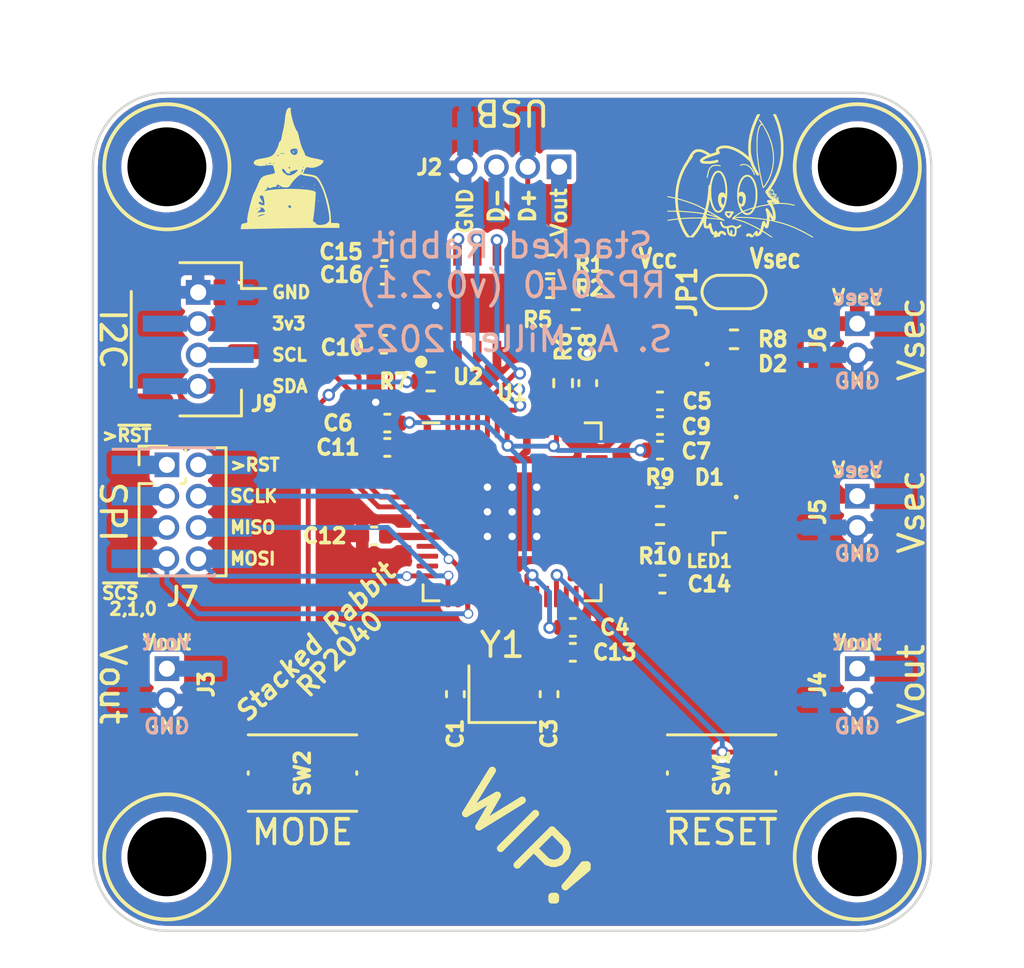
<source format=kicad_pcb>
(kicad_pcb (version 20211014) (generator pcbnew)
  (title_block (title "RP2040") (rev "0.2.1") (company "The Nerd Mage"))
  (layers (0 "F.Cu" signal) (31 "B.Cu" signal) (34 "B.Paste" user) (35 "F.Paste" user) (36 "B.SilkS" user "B.Silkscreen") (37 "F.SilkS" user "F.Silkscreen") (38 "B.Mask" user) (39 "F.Mask" user) (44 "Edge.Cuts" user))
  (net 0 "")
  (net 1 "SCL")
  (net 2 "SDA")
  (net 3 "GND")
  (net 4 "+3V3")
  (net 5 "+1V1")
  (net 6 "Net-(D1-Pad2)")
  (net 7 "Net-(D2-Pad2)")
  (net 8 "Net-(C8-Pad2)")
  (net 9 "~{DEV_RESET}")
  (net 13 "ADC_REF")
  (net 14 "SCLK")
  (net 15 "QSPI SS")
  (net 16 "MISO")
  (net 17 "MOSI")
  (net 18 "Vsec")
  (net 19 "BootMode")
  (net 20 "io25")
  (net 21 "DEV_RESET")
  (net 22 "io0")
  (net 23 "io1")
  (net 24 "io2")
  (net 25 "io3")
  (net 26 "io14")
  (net 27 "io6")
  (net 28 "io7")
  (net 29 "io8")
  (net 30 "io9")
  (net 31 "io10")
  (net 32 "io15")
  (net 33 "SWCLK")
  (net 34 "SWDIO")
  (net 35 "Reset")
  (net 36 "io16")
  (net 37 "io17")
  (net 38 "io18")
  (net 39 "io19")
  (net 40 "io20")
  (net 41 "io21")
  (net 42 "io22")
  (net 43 "io23")
  (net 44 "io24")
  (net 45 "io26")
  (net 46 "io27")
  (net 47 "io28")
  (net 48 "io29")
  (net 49 "QSPI_SD3")
  (net 50 "QSPI_SCLK")
  (net 51 "QSPI_SD0")
  (net 52 "QSPI_SD2")
  (net 53 "QSPI_SD1")
  (net 55 "Net-(C1-Pad1)")
  (net 57 "/Xout")
  (net 58 "/USB_DP")
  (net 59 "/USB_DM")
  (net 60 "UD+")
  (net 61 "UD-")
  (net 62 "~{SCS}2")
  (net 63 "Net-(LED1-Pad2)")
  (net 64 "~{SCS}1")
  (footprint "Tinker:Mount" (layer "F.Cu") (at 114 114)
    (fp_text reference "REF**" hide)
    (fp_text value "Mount" hide)
  )
  (footprint "Tinker:SW_Push_TS273014TP" (layer "F.Cu") (at 91.5 110.6 180)
    (fp_text reference "SW2")
    (fp_text value "SW_Push" hide)
  )
  (footprint "Capacitor_SMD:C_0402_1005Metric" (layer "F.Cu") (at 94.830178 89.441993)
    (fp_text reference "C15")
    (fp_text value "2u2")
  )
  (footprint "Tinker:SON80P400X400X50-9N" (layer "F.Cu") (at 98.185633 91.53709 90)
    (fp_text reference "U2")
    (fp_text value "W25Q32JVXGIQ" hide)
  )
  (footprint "Tinker:XL1010RGBCWS2812B" (layer "F.Cu") (at 108 100.7 180)
    (fp_text reference "LED1")
    (fp_text value "XL-1010RGBC-WS2812B" hide)
  )
  (footprint "Tinker:Mount" (layer "F.Cu") (at 86 114)
    (fp_text reference "REF**" hide)
    (fp_text value "Mount" hide)
  )
  (footprint "Tinker:QWIIC_Stack_II" (layer "F.Cu") (at 87.27 93 -90)
    (fp_text reference "J9")
    (fp_text value "QWIIC_Stack_II")
  )
  (footprint "Tinker:DagNabbit" (layer "F.Cu") (at 109 87)
    (fp_text reference "REF**" hide)
    (fp_text value "DagNabbit" hide)
  )
  (footprint "Capacitor_SMD:C_0402_1005Metric" (layer "F.Cu") (at 94.403517 100.978617 180)
    (fp_text reference "C12")
    (fp_text value "100n")
  )
  (footprint "LED_SMD:LED_0402_1005Metric" (layer "F.Cu") (at 109 94)
    (fp_text reference "D2")
    (fp_text value "LED")
  )
  (footprint "LED_SMD:LED_0402_1005Metric" (layer "F.Cu") (at 108 99.4 180)
    (fp_text reference "D1")
    (fp_text value "LED")
  )
  (footprint "Tinker:Board_Stacker_2" (layer "F.Cu") (at 114 106.365)
    (fp_text reference "J4")
    (fp_text value "Conn_01x02_Male")
  )
  (footprint "Resistor_SMD:R_0402_1005Metric" (layer "F.Cu") (at 96.694131 94.715368 180)
    (fp_text reference "R7")
    (fp_text value "1k")
  )
  (footprint "Tinker:Mount" (layer "F.Cu") (at 114 86)
    (fp_text reference "REF**" hide)
    (fp_text value "Mount" hide)
  )
  (footprint "Capacitor_SMD:C_0402_1005Metric" (layer "F.Cu") (at 106 95.5)
    (fp_text reference "C5")
    (fp_text value "2u2")
  )
  (footprint "Resistor_SMD:R_0402_1005Metric" (layer "F.Cu") (at 101.542994 90.926946 180)
    (fp_text reference "R2")
    (fp_text value "27")
  )
  (footprint "Capacitor_SMD:C_0402_1005Metric" (layer "F.Cu") (at 97.7 107.4 90)
    (fp_text reference "C1")
    (fp_text value "20p")
  )
  (footprint "Capacitor_SMD:C_0402_1005Metric" (layer "F.Cu") (at 101.5 107.4 -90)
    (fp_text reference "C3")
    (fp_text value "20p")
  )
  (footprint "Tinker:Board_Stacker_2" (layer "F.Cu") (at 86 106.365)
    (fp_text reference "J3")
    (fp_text value "Conn_01x02_Male")
  )
  (footprint "Tinker:NerdMage" (layer "F.Cu") (at 91 86)
    (fp_text reference "G***" hide)
    (fp_text value "LOGO" hide)
  )
  (footprint "Capacitor_SMD:C_0402_1005Metric" (layer "F.Cu") (at 106 96.5)
    (fp_text reference "C9")
    (fp_text value "100n")
  )
  (footprint "Capacitor_SMD:C_0402_1005Metric" (layer "F.Cu") (at 94.939645 96.4 180)
    (fp_text reference "C6")
    (fp_text value "100n")
  )
  (footprint "Capacitor_SMD:C_0402_1005Metric" (layer "F.Cu") (at 103.069359 94.778671 -90)
    (fp_text reference "C8")
    (fp_text value "2u2")
  )
  (footprint "Resistor_SMD:R_0402_1005Metric" (layer "F.Cu") (at 109 93)
    (fp_text reference "R8")
    (fp_text value "2k2")
  )
  (footprint "Capacitor_SMD:C_0402_1005Metric" (layer "F.Cu") (at 106.096639 102.935378)
    (fp_text reference "C14")
    (fp_text value "100n")
  )
  (footprint "Tinker:Board_Stacker_2" (layer "F.Cu") (at 114 92.365)
    (fp_text reference "J6")
    (fp_text value "Conn_01x02_Male")
  )
  (footprint "Resistor_SMD:R_0402_1005Metric" (layer "F.Cu") (at 102.069359 94.778671 90)
    (fp_text reference "R6")
    (fp_text value "1")
  )
  (footprint "Resistor_SMD:R_0402_1005Metric" (layer "F.Cu") (at 106 100.9)
    (fp_text reference "R10")
    (fp_text value "???")
  )
  (footprint "Package_DFN_QFN:QFN-56-1EP_7x7mm_P0.4mm_EP3.2x3.2mm" (layer "F.Cu") (at 100 100)
    (fp_text reference "U1")
    (fp_text value "RP2040")
  )
  (footprint "Tinker:Board_Stacker_2" (layer "F.Cu") (at 114 99.365)
    (fp_text reference "J5")
    (fp_text value "Conn_01x02_Male")
  )
  (footprint "Tinker:Mount" (layer "F.Cu") (at 86 86)
    (fp_text reference "REF**" hide)
    (fp_text value "Mount" hide)
  )
  (footprint "Capacitor_SMD:C_0402_1005Metric" (layer "F.Cu") (at 94.939645 97.386251 180)
    (fp_text reference "C11")
    (fp_text value "100n")
  )
  (footprint "Capacitor_SMD:C_0402_1005Metric" (layer "F.Cu") (at 102.46303 104.688032 180)
    (fp_text reference "C4")
    (fp_text value "2u2")
  )
  (footprint "Capacitor_SMD:C_0402_1005Metric" (layer "F.Cu") (at 102.46303 105.701322)
    (fp_text reference "C13")
    (fp_text value "100n")
  )
  (footprint "Resistor_SMD:R_0402_1005Metric" (layer "F.Cu") (at 101.542994 89.957845 180)
    (fp_text reference "R1")
    (fp_text value "27")
  )
  (footprint "Tinker:Crystal_SMD_2016-4Pin_2.0x1.6mm" (layer "F.Cu") (at 99.6 107.4)
    (fp_text reference "Y1")
    (fp_text value "12MHz")
  )
  (footprint "Tinker:Board_Stacker_4" (layer "F.Cu") (at 101.905 86 -90)
    (fp_text reference "J2")
    (fp_text value "Conn_01x04_Male")
  )
  (footprint "Capacitor_SMD:C_0402_1005Metric" (layer "F.Cu") (at 106 97.5)
    (fp_text reference "C7")
    (fp_text value "100n")
  )
  (footprint "Capacitor_SMD:C_0402_1005Metric" (layer "F.Cu") (at 94.8 93.2 180)
    (fp_text reference "C10")
    (fp_text value "100n")
  )
  (footprint "Tinker:SW_Push_TS273014TP" (layer "F.Cu") (at 108.5 110.6 180)
    (fp_text reference "SW1")
    (fp_text value "SW_Push" hide)
  )
  (footprint "Tinker:SolderJumper-2_P_Open_Rounded_skinny" (layer "F.Cu") (at 109 91.08 180)
    (fp_text reference "JP1")
    (fp_text value "SolderJumper_2_Open" hide)
  )
  (footprint "Capacitor_SMD:C_0402_1005Metric" (layer "F.Cu") (at 94.8 90.4 180)
    (fp_text reference "C16")
    (fp_text value "100n")
  )
  (footprint "Resistor_SMD:R_0402_1005Metric" (layer "F.Cu") (at 102.585062 92.178796)
    (fp_text reference "R5")
    (fp_text value "200")
  )
  (footprint "Tinker:PinHeader_2x04_P1.27mm_Vertical" (layer "F.Cu") (at 86 98.095)
    (fp_text reference "J7")
    (fp_text value "Conn_01x08_Male")
  )
  (footprint "Resistor_SMD:R_0402_1005Metric" (layer "F.Cu") (at 106 99.4)
    (fp_text reference "R9")
    (fp_text value "470")
  )
  (gr_line (start 117 86) (end 117 114) (layer "Edge.Cuts") (width 0.1))
  (gr_arc (start 86 117) (mid 83.87868 116.12132) (end 83 114) (layer "Edge.Cuts") (width 0.1))
  (gr_arc (start 83 86) (mid 83.87868 83.87868) (end 86 83) (layer "Edge.Cuts") (width 0.1))
  (gr_line (start 86 83) (end 114 83) (layer "Edge.Cuts") (width 0.1))
  (gr_line (start 83 114) (end 83 86) (layer "Edge.Cuts") (width 0.1))
  (gr_arc (start 114 83) (mid 116.12132 83.87868) (end 117 86) (layer "Edge.Cuts") (width 0.1))
  (gr_line (start 86 117) (end 114 117) (layer "Edge.Cuts") (width 0.1))
  (gr_arc (start 117 114) (mid 116.12132 116.12132) (end 114 117) (layer "Edge.Cuts") (width 0.1))
  (gr_text "Stacked Rabbit\n${TITLE} (v${REVISION})" (at 100 90) (layer "B.SilkS") (effects (font (size 1 1)) (justify mirror)))
  (gr_text "GND" (at 86 108.7) (layer "B.SilkS") (effects (font (size 0.6 0.6) (thickness 0.125)) (justify mirror)))
  (gr_text "Vsec" (at 114 98.3) (layer "B.SilkS") (effects (font (size 0.6 0.6) (thickness 0.125)) (justify mirror)))
  (gr_text "Vout" (at 114 105.3) (layer "B.SilkS") (effects (font (size 0.6 0.6) (thickness 0.125)) (justify mirror)))
  (gr_text "Vout" (at 86 105.3) (layer "B.SilkS") (effects (font (size 0.6 0.6) (thickness 0.125)) (justify mirror)))
  (gr_text "GND" (at 114 108.7) (layer "B.SilkS") (effects (font (size 0.6 0.6) (thickness 0.125)) (justify mirror)))
  (gr_text "GND" (at 114 94.7) (layer "B.SilkS") (effects (font (size 0.6 0.6) (thickness 0.125)) (justify mirror)))
  (gr_text "GND" (at 114 101.7) (layer "B.SilkS") (effects (font (size 0.6 0.6) (thickness 0.125)) (justify mirror)))
  (gr_text "Vsec" (at 114 91.3) (layer "B.SilkS") (effects (font (size 0.6 0.6) (thickness 0.125)) (justify mirror)))
  (gr_text "S. A. Miller 2023" (at 100 93) (layer "B.SilkS") (effects (font (size 1 1)) (justify mirror)))
  (gr_text "Vsec" (at 114 91.3) (layer "F.SilkS") (effects (font (size 0.6 0.6) (thickness 0.125))))
  (gr_text "GND" (at 90.2 91.095) (layer "F.SilkS") (effects (font (size 0.5 0.5) (thickness 0.125)) (justify left)))
  (gr_text "Stacked Rabbit" (at 92.025733 105.280266 45) (layer "F.SilkS") (effects (font (size 0.75 0.75) (thickness 0.15) italic)))
  (gr_text "Vsec" (at 116.2 93 90) (layer "F.SilkS") (effects (font (size 1 1))))
  (gr_text "D-" (at 99.365 86.8 90) (layer "F.SilkS") (effects (font (size 0.6 0.6)) (justify right)))
  (gr_text "WIP!" (at 100.412812 113.249037 -45) (layer "F.SilkS") (effects (font (size 2 2) (thickness 0.3))))
  (gr_text "I2C" (at 83.8 93 -90) (layer "F.SilkS") (effects (font (size 1 1))))
  (gr_text "RESET" (at 108.5 113) (layer "F.SilkS") (effects (font (size 1 1))))
  (gr_text "USB" (at 100 83.8 180) (layer "F.SilkS") (effects (font (size 1 1))))
  (gr_text "Vout" (at 86 105.3) (layer "F.SilkS") (effects (font (size 0.6 0.6) (thickness 0.125))))
  (gr_text "Vsec" (at 110.68 89.726721) (layer "F.SilkS") (effects (font (size 0.75 0.6))))
  (gr_text "SCLK" (at 88.5 99.365) (layer "F.SilkS") (effects (font (size 0.5 0.5) (thickness 0.125)) (justify left)))
  (gr_text "Vsec" (at 114 98.3) (layer "F.SilkS") (effects (font (size 0.6 0.6) (thickness 0.125))))
  (gr_text "GND" (at 86 108.7) (layer "F.SilkS") (effects (font (size 0.6 0.6) (thickness 0.125))))
  (gr_text "SDA" (at 90.2 94.905) (layer "F.SilkS") (effects (font (size 0.5 0.5) (thickness 0.125)) (justify left)))
  (gr_text "Vout" (at 101.905 86.8 90) (layer "F.SilkS") (effects (font (size 0.6 0.6) (thickness 0.125)) (justify right)))
  (gr_text "Vout" (at 116.2 107 90) (layer "F.SilkS") (effects (font (size 1 1))))
  (gr_text "SPI" (at 83.8 100 -90) (layer "F.SilkS") (effects (font (size 1 1))))
  (gr_text ">RST" (at 88.5 98.095) (layer "F.SilkS") (effects (font (size 0.5 0.5) (thickness 0.125)) (justify left)))
  (gr_text "MISO" (at 88.5 100.635) (layer "F.SilkS") (effects (font (size 0.5 0.5) (thickness 0.125)) (justify left)))
  (gr_text "Vout" (at 114 105.3) (layer "F.SilkS") (effects (font (size 0.6 0.6) (thickness 0.125))))
  (gr_text "GND" (at 114 94.7) (layer "F.SilkS") (effects (font (size 0.6 0.6) (thickness 0.125))))
  (gr_text ">~{RST}" (at 83.3 96.9) (layer "F.SilkS") (effects (font (size 0.5 0.5) (thickness 0.125)) (justify left)))
  (gr_text "SCL" (at 90.2 93.635) (layer "F.SilkS") (effects (font (size 0.5 0.5) (thickness 0.125)) (justify left)))
  (gr_text "Vsec" (at 116.2 100 90) (layer "F.SilkS") (effects (font (size 1 1))))
  (gr_text "D+" (at 100.635 86.8 90) (layer "F.SilkS") (effects (font (size 0.6 0.6)) (justify right)))
  (gr_text "3v3" (at 90.2 92.365) (layer "F.SilkS") (effects (font (size 0.5 0.5) (thickness 0.125)) (justify left)))
  (gr_text "Vout" (at 83.8 107 -90) (layer "F.SilkS") (effects (font (size 1 1))))
  (gr_text "${TITLE}" (at 93.021949 105.762808 45) (layer "F.SilkS") (effects (font (size 0.75 0.75))))
  (gr_text "GND" (at 114 101.7) (layer "F.SilkS") (effects (font (size 0.6 0.6) (thickness 0.125))))
  (gr_text "~{SCS}" (at 83.3 103.3) (layer "F.SilkS") (effects (font (size 0.5 0.5) (thickness 0.125)) (justify left)))
  (gr_text "MOSI" (at 88.5 101.905) (layer "F.SilkS") (effects (font (size 0.5 0.5) (thickness 0.125)) (justify left)))
  (gr_text "2,1,0" (at 83.6 103.94) (layer "F.SilkS") (effects (font (size 0.5 0.5) (thickness 0.125)) (justify left)))
  (gr_text "GND" (at 114 108.7) (layer "F.SilkS") (effects (font (size 0.6 0.6) (thickness 0.125))))
  (gr_text "MODE" (at 91.5 113) (layer "F.SilkS") (effects (font (size 1 1))))
  (gr_text "Vcc" (at 105.924051 89.726721) (layer "F.SilkS") (effects (font (size 0.75 0.6))))
  (gr_text "GND" (at 98.095 86.8 90) (layer "F.SilkS") (effects (font (size 0.6 0.6) (thickness 0.125)) (justify right)))
  (segment (start 93.465645 95.127805) (end 93.465645 98.674968) (width 0.2) (layer "F.Cu") (net 1))
  (segment (start 94.590677 99.8) (end 96.5625 99.8) (width 0.2) (layer "F.Cu") (net 1))
  (segment (start 93.465645 98.674968) (end 94.590677 99.8) (width 0.2) (layer "F.Cu") (net 1))
  (segment (start 92.83784 94.5) (end 93.465645 95.127805) (width 0.2) (layer "F.Cu") (net 1))
  (segment (start 89.24 94.5) (end 92.83784 94.5) (width 0.2) (layer "F.Cu") (net 1))
  (segment (start 92.771815 93.5) (end 89.24 93.5) (width 0.2) (layer "F.Cu") (net 2))
  (segment (start 93.792645 94.52083) (end 92.771815 93.5) (width 0.2) (layer "F.Cu") (net 2))
  (segment (start 96.5625 99.4) (end 94.653125 99.4) (width 0.2) (layer "F.Cu") (net 2))
  (segment (start 93.792645 98.53952) (end 93.792645 94.52083) (width 0.2) (layer "F.Cu") (net 2))
  (segment (start 94.653125 99.4) (end 93.792645 98.53952) (width 0.2) (layer "F.Cu") (net 2))
  (via (at 101 100) (size 0.4) (drill 0.3) (layers "F.Cu" "B.Cu") (net 3))
  (via (at 101 101) (size 0.4) (drill 0.3) (layers "F.Cu" "B.Cu") (net 3))
  (via (at 99 100) (size 0.4) (drill 0.3) (layers "F.Cu" "B.Cu") (net 3))
  (via (at 101 99) (size 0.4) (drill 0.3) (layers "F.Cu" "B.Cu") (net 3))
  (via (at 94.468435 95.55521) (size 0.5) (drill 0.3) (layers "F.Cu" "B.Cu") (net 3))
  (via (at 96.902854 91.635011) (size 0.5) (drill 0.3) (layers "F.Cu" "B.Cu") (net 3))
  (via (at 100 101) (size 0.4) (drill 0.3) (layers "F.Cu" "B.Cu") (net 3))
  (via (at 100 100) (size 0.4) (drill 0.3) (layers "F.Cu" "B.Cu") (net 3))
  (via (at 100 99) (size 0.4) (drill 0.3) (layers "F.Cu" "B.Cu") (net 3))
  (via (at 99 99) (size 0.4) (drill 0.3) (layers "F.Cu" "B.Cu") (net 3))
  (via (at 99 101) (size 0.4) (drill 0.3) (layers "F.Cu" "B.Cu") (net 3))
  (via (at 103.050231 93.56062) (size 0.5) (drill 0.3) (layers "F.Cu" "B.Cu") (net 3))
  (segment (start 95.821359 95.55521) (end 95.610657 95.55521) (width 0.3) (layer "F.Cu") (net 4))
  (segment (start 102.177 97.039448) (end 102.177 96.60198) (width 0.3) (layer "F.Cu") (net 4))
  (segment (start 105.39 101) (end 103.4375 101) (width 0.3) (layer "F.Cu") (net 4))
  (segment (start 101.512975 105.701322) (end 101.98303 105.701322) (width 0.3) (layer "F.Cu") (net 4))
  (segment (start 102.52195 97.886313) (end 102.668152 97.740111) (width 0.3) (layer "F.Cu") (net 4))
  (segment (start 104.193858 91.08) (end 108.35 91.08) (width 0.3) (layer "F.Cu") (net 4))
  (segment (start 103.4375 96.60198) (end 103.4375 96.624948) (width 0.3) (layer "F.Cu") (net 4))
  (segment (start 95.28 93.2) (end 94.58 92.5) (width 0.3) (layer "F.Cu") (net 4))
  (segment (start 97.344138 97.4) (end 97.754983 97.810845) (width 0.3) (layer "F.Cu") (net 4))
  (segment (start 102.668152 97.734181) (end 102.668152 97.446424) (width 0.3) (layer "F.Cu") (net 4))
  (segment (start 103.095062 92.178796) (end 104.193858 91.08) (width 0.3) (layer "F.Cu") (net 4))
  (segment (start 105.49 102.808739) (end 105.616639 102.935378) (width 0.3) (layer "F.Cu") (net 4))
  (segment (start 103.008263 97.4) (end 103.4375 97.4) (width 0.3) (layer "F.Cu") (net 4))
  (segment (start 98.6097 102.3597) (end 99.661987 102.3597) (width 0.3) (layer "F.Cu") (net 4))
  (segment (start 102.785448 97.277) (end 103.3145 97.277) (width 0.3) (layer "F.Cu") (net 4))
  (segment (start 96.5625 97.4) (end 97.344138 97.4) (width 0.3) (layer "F.Cu") (net 4))
  (segment (start 97.810845 97.866707) (end 97.830451 97.886313) (width 0.3) (layer "F.Cu") (net 4))
  (segment (start 102.189155 98.127081) (end 102.275252 98.127081) (width 0.3) (layer "F.Cu") (net 4))
  (segment (start 97.119315 100.979835) (end 96.582665 100.979835) (width 0.3) (layer "F.Cu") (net 4))
  (segment (start 100.233687 97.886313) (end 102.52195 97.886313) (width 0.3) (layer "F.Cu") (net 4))
  (segment (start 104.53948 95.5) (end 103.4375 96.60198) (width 0.3) (layer "F.Cu") (net 4))
  (segment (start 96.5625 101) (end 94.9049 101) (width 0.3) (layer "F.Cu") (net 4))
  (segment (start 102.668152 97.277) (end 102.414552 97.277) (width 0.3) (layer "F.Cu") (net 4))
  (segment (start 103.4375 97.4) (end 103.776158 97.4) (width 0.3) (layer "F.Cu") (net 4))
  (segment (start 100.2 104.388347) (end 101.512975 105.701322) (width 0.3) (layer "F.Cu") (net 4))
  (segment (start 108.35 91.08) (end 108.35 92.86) (width 0.3) (layer "F.Cu") (net 4))
  (segment (start 96.840536 89.441993) (end 96.985633 89.58709) (width 0.3) (layer "F.Cu") (net 4))
  (segment (start 100.2 96.5625) (end 100.6 96.5625) (width 0.2) (layer "F.Cu") (net 4))
  (segment (start 102.414552 97.277) (end 102.177 97.039448) (width 0.3) (layer "F.Cu") (net 4))
  (segment (start 96.5625 97.4) (end 95.433394 97.4) (width 0.3) (layer "F.Cu") (net 4))
  (segment (start 94.9049 101) (end 94.883517 100.978617) (width 0.3) (layer "F.Cu") (net 4))
  (segment (start 96.582665 100.979835) (end 96.5625 101) (width 0.3) (layer "F.Cu") (net 4))
  (segment (start 97.810845 97.866707) (end 97.810845 100.288305) (width 0.3) (layer "F.Cu") (net 4))
  (segment (start 105.52 95.5) (end 105.52 93.91) (width 0.3) (layer "F.Cu") (net 4))
  (segment (start 104.676158 96.5) (end 105.52 96.5) (width 0.3) (layer "F.Cu") (net 4))
  (segment (start 95.111628 95.056181) (end 95.111628 93.368372) (width 0.3) (layer "F.Cu") (net 4))
  (segment (start 95.28 89.472171) (end 95.310178 89.441993) (width 0.3) (layer "F.Cu") (net 4))
  (segment (start 100.2 102.897713) (end 100.2 103.4375) (width 0.3) (layer "F.Cu") (net 4))
  (segment (start 98.123 100.60046) (end 97.810845 100.288305) (width 0.3) (layer "F.Cu") (net 4))
  (segment (start 105.52 93.91) (end 108.35 91.08) (width 0.3) (layer "F.Cu") (net 4))
  (segment (start 102.275252 98.127081) (end 102.668152 97.734181) (width 0.3) (layer "F.Cu") (net 4))
  (segment (start 97.830451 97.886313) (end 100.233687 97.886313) (width 0.3) (layer "F.Cu") (net 4))
  (segment (start 100.6 97.552914) (end 100.567086 97.552914) (width 0.3) (layer "F.Cu") (net 4))
  (segment (start 102.723 100.785448) (end 102.937552 101) (width 0.3) (layer "F.Cu") (net 4))
  (segment (start 100.6 96.5625) (end 100.6 97.552914) (width 0.3) (layer "F.Cu") (net 4))
  (segment (start 98.123 101.873) (end 98.6097 102.3597) (width 0.3) (layer "F.Cu") (net 4))
  (segment (start 95.111628 93.368372) (end 95.28 93.2) (width 0.3) (layer "F.Cu") (net 4))
  (segment (start 95.433394 97.4) (end 95.419645 97.386251) (width 0.3) (layer "F.Cu") (net 4))
  (segment (start 105.52 95.5) (end 104.53948 95.5) (width 0.3) (layer "F.Cu") (net 4))
  (segment (start 103.4375 96.624948) (end 102.785448 97.277) (width 0.3) (layer "F.Cu") (net 4))
  (segment (start 102.785448 97.277) (end 102.668152 97.277) (width 0.3) (layer "F.Cu") (net 4))
  (segment (start 95.610657 95.55521) (end 95.111628 95.056181) (width 0.3) (layer "F.Cu") (net 4))
  (segment (start 94.58 92.5) (end 89.24 92.5) (width 0.3) (layer "F.Cu") (net 4))
  (segment (start 95.310178 89.441993) (end 96.840536 89.441993) (width 0.3) (layer "F.Cu") (net 4))
  (segment (start 103.3145 97.277) (end 103.4375 97.4) (width 0.3) (layer "F.Cu") (net 4))
  (segment (start 102.668152 97.740111) (end 102.668152 97.446424) (width 0.3) (layer "F.Cu") (net 4))
  (segment (start 99.661987 102.3597) (end 100.2 102.897713) (width 0.3) (layer "F.Cu") (net 4))
  (segment (start 95.28 90.4) (end 95.28 89.472171) (width 0.3) (layer "F.Cu") (net 4))
  (segment (start 105.49 100.9) (end 105.49 102.808739) (width 0.3) (layer "F.Cu") (net 4))
  (segment (start 96.5625 96.296351) (end 95.821359 95.55521) (width 0.3) (layer "F.Cu") (net 4))
  (segment (start 100.2 103.4375) (end 100.2 104.388347) (width 0.3) (layer "F.Cu") (net 4))
  (segment (start 97.754983 97.810845) (end 97.810845 97.866707) (width 0.3) (layer "F.Cu") (net 4))
  (segment (start 102.668152 97.446424) (end 102.668152 97.277) (width 0.3) (layer "F.Cu") (net 4))
  (segment (start 100.6 96.5625) (end 100.6 97.52) (width 0.3) (layer "F.Cu") (net 4))
  (segment (start 100.567086 97.552914) (end 100.233687 97.886313) (width 0.3) (layer "F.Cu") (net 4))
  (segment (start 102.723 100.782619) (end 102.723 100.785448) (width 0.3) (layer "F.Cu") (net 4))
  (segment (start 103.776158 97.4) (end 104.676158 96.5) (width 0.3) (layer "F.Cu") (net 4))
  (segment (start 97.810845 100.288305) (end 97.119315 100.979835) (width 0.3) (layer "F.Cu") (net 4))
  (segment (start 105.49 100.9) (end 105.39 101) (width 0.3) (layer "F.Cu") (net 4))
  (segment (start 95.28 93.2) (end 95.28 90.4) (width 0.3) (layer "F.Cu") (net 4))
  (segment (start 102.937552 101) (end 103.4375 101) (width 0.3) (layer "F.Cu") (net 4))
  (segment (start 108.35 92.86) (end 108.49 93) (width 0.3) (layer "F.Cu") (net 4))
  (segment (start 96.5625 97.4) (end 96.5625 96.296351) (width 0.3) (layer "F.Cu") (net 4))
  (segment (start 102.189155 98.127081) (end 102.189155 100.248774) (width 0.3) (layer "F.Cu") (net 4))
  (segment (start 98.123 101.873) (end 98.123 100.60046) (width 0.3) (layer "F.Cu") (net 4))
  (segment (start 102.189155 100.248774) (end 102.723 100.782619) (width 0.3) (layer "F.Cu") (net 4))
  (segment (start 99.8 96.5625) (end 99.8 97.29375) (width 0.2) (layer "F.Cu") (net 5))
  (segment (start 100.629666 102.570334) (end 100.6 102.6) (width 0.2) (layer "F.Cu") (net 5))
  (segment (start 99.8 97.29375) (end 99.820201 97.313951) (width 0.2) (layer "F.Cu") (net 5))
  (segment (start 101.8 97.221024) (end 101.8 96.5625) (width 0.2) (layer "F.Cu") (net 5))
  (segment (start 100.6 102.6) (end 100.6 103.4375) (width 0.2) (layer "F.Cu") (net 5))
  (segment (start 101.684711 97.336313) (end 101.8 97.221024) (width 0.2) (layer "F.Cu") (net 5))
  (segment (start 100.823732 102.570334) (end 100.629666 102.570334) (width 0.2) (layer "F.Cu") (net 5))
  (via (at 105.2 97.5) (size 0.5) (drill 0.3) (layers "F.Cu" "B.Cu") (net 5))
  (via (at 101.684711 97.336313) (size 0.5) (drill 0.3) (layers "F.Cu" "B.Cu") (net 5))
  (via (at 95.834286 96.377529) (size 0.5) (drill 0.3) (layers "F.Cu" "B.Cu") (net 5))
  (via (at 100.823732 102.570334) (size 0.5) (drill 0.3) (layers "F.Cu" "B.Cu") (net 5))
  (via (at 99.820201 97.313951) (size 0.5) (drill 0.3) (layers "F.Cu" "B.Cu") (net 5))
  (via (at 101.51909 104.701517) (size 0.5) (drill 0.3) (layers "F.Cu" "B.Cu") (net 5))
  (segment (start 98.883779 96.377529) (end 99.820201 97.313951) (width 0.2) (layer "B.Cu") (net 5))
  (segment (start 100.5 97.99375) (end 99.820201 97.313951) (width 0.2) (layer "B.Cu") (net 5))
  (segment (start 101.51909 103.265692) (end 101.51909 104.701517) (width 0.2) (layer "B.Cu") (net 5))
  (segment (start 95.934286 96.377529) (end 98.883779 96.377529) (width 0.2) (layer "B.Cu") (net 5))
  (segment (start 100.823732 102.570334) (end 101.51909 103.265692) (width 0.2) (layer "B.Cu") (net 5))
  (segment (start 101.684711 97.336313) (end 101.857287 97.508889) (width 0.2) (layer "B.Cu") (net 5))
  (segment (start 99.842563 97.336313) (end 99.820201 97.313951) (width 0.2) (layer "B.Cu") (net 5))
  (segment (start 100.5 102.246602) (end 100.5 97.99375) (width 0.2) (layer "B.Cu") (net 5))
  (segment (start 100.823732 102.570334) (end 100.5 102.246602) (width 0.2) (layer "B.Cu") (net 5))
  (segment (start 101.684711 97.336313) (end 99.842563 97.336313) (width 0.2) (layer "B.Cu") (net 5))
  (segment (start 101.857287 97.508889) (end 105.225073 97.508889) (width 0.2) (layer "B.Cu") (net 5))
  (segment (start 107.515 99.4) (end 106.51 99.4) (width 0.2) (layer "F.Cu") (net 6))
  (segment (start 109.51 93.975) (end 109.485 94) (width 0.2) (layer "F.Cu") (net 7))
  (segment (start 109.51 93) (end 109.51 93.975) (width 0.2) (layer "F.Cu") (net 7))
  (segment (start 103.069359 95.258671) (end 102.591891 95.258671) (width 0.2) (layer "F.Cu") (net 8))
  (segment (start 102.591891 96.554391) (end 102.591891 95.258671) (width 0.2) (layer "F.Cu") (net 8))
  (segment (start 102.591891 95.258671) (end 102.099359 95.258671) (width 0.2) (layer "F.Cu") (net 8))
  (segment (start 102.099359 95.258671) (end 102.069359 95.288671) (width 0.2) (layer "F.Cu") (net 8))
  (segment (start 102.6 96.5625) (end 102.591891 96.554391) (width 0.2) (layer "F.Cu") (net 8))
  (segment (start 102.069359 94.268671) (end 102.075062 94.262968) (width 0.2) (layer "F.Cu") (net 13))
  (segment (start 102.075062 94.262968) (end 102.075062 92.178796) (width 0.2) (layer "F.Cu") (net 13))
  (segment (start 97.918542 102.795011) (end 97.918542 102.326805) (width 0.2) (layer "F.Cu") (net 14))
  (segment (start 97.8 102.913553) (end 97.918542 102.795011) (width 0.2) (layer "F.Cu") (net 14))
  (segment (start 97.8 103.4375) (end 97.8 102.913553) (width 0.2) (layer "F.Cu") (net 14))
  (segment (start 97.918542 102.326805) (end 97.511891 101.920154) (width 0.2) (layer "F.Cu") (net 14))
  (segment (start 97.511891 101.920154) (end 97.426117 101.920154) (width 0.2) (layer "F.Cu") (net 14))
  (via (at 97.426117 101.920154) (size 0.4) (drill 0.3) (layers "F.Cu" "B.Cu") (net 14))
  (segment (start 97.426117 101.852307) (end 97.426117 101.920154) (width 0.2) (layer "B.Cu") (net 14))
  (segment (start 87.27 99.365) (end 94.93881 99.365) (width 0.2) (layer "B.Cu") (net 14))
  (segment (start 94.93881 99.365) (end 97.426117 101.852307) (width 0.2) (layer "B.Cu") (net 14))
  (segment (start 97.207064 93.697463) (end 96.996691 93.48709) (width 0.2) (layer "F.Cu") (net 15))
  (segment (start 96.996691 93.48709) (end 96.985633 93.48709) (width 0.2) (layer "F.Cu") (net 15))
  (segment (start 97.4 94.911237) (end 97.204131 94.715368) (width 0.2) (layer "F.Cu") (net 15))
  (segment (start 97.4 96.5625) (end 97.4 94.911237) (width 0.2) (layer "F.Cu") (net 15))
  (segment (start 97.204131 94.715368) (end 97.207064 94.712435) (width 0.2) (layer "F.Cu") (net 15))
  (segment (start 97.207064 94.712435) (end 97.207064 93.697463) (width 0.2) (layer "F.Cu") (net 15))
  (segment (start 97.4 102.606446) (end 97.418542 102.587904) (width 0.2) (layer "F.Cu") (net 16))
  (segment (start 97.4 103.4375) (end 97.4 102.606446) (width 0.2) (layer "F.Cu") (net 16))
  (via (at 97.418542 102.587904) (size 0.4) (drill 0.3) (layers "F.Cu" "B.Cu") (net 16))
  (segment (start 96.911118 102.597235) (end 94.948883 100.635) (width 0.2) (layer "B.Cu") (net 16))
  (segment (start 97.409211 102.597235) (end 96.911118 102.597235) (width 0.2) (layer "B.Cu") (net 16))
  (segment (start 97.418542 102.587904) (end 97.409211 102.597235) (width 0.2) (layer "B.Cu") (net 16))
  (segment (start 94.948883 100.635) (end 87.27 100.635) (width 0.2) (layer "B.Cu") (net 16))
  (segment (start 96.5625 102.6) (end 95.743755 102.6) (width 0.2) (layer "F.Cu") (net 17))
  (segment (start 95.743755 102.6) (end 95.730659 102.613096) (width 0.2) (layer "F.Cu") (net 17))
  (via (at 95.730659 102.613096) (size 0.4) (drill 0.3) (layers "F.Cu" "B.Cu") (net 17))
  (segment (start 87.978096 102.613096) (end 87.27 101.905) (width 0.2) (layer "B.Cu") (net 17))
  (segment (start 95.730659 102.613096) (end 87.978096 102.613096) (width 0.2) (layer "B.Cu") (net 17))
  (segment (start 114 91.08) (end 114 92.365) (width 0.6) (layer "F.Cu") (net 18))
  (segment (start 112.328873 93.196582) (end 113.160455 92.365) (width 0.6) (layer "F.Cu") (net 18))
  (segment (start 114 99.365) (end 113.347491 99.365) (width 0.6) (layer "F.Cu") (net 18))
  (segment (start 114 91.08) (end 109.65 91.08) (width 0.6) (layer "F.Cu") (net 18))
  (segment (start 113.347491 99.365) (end 112.328873 98.346382) (width 0.6) (layer "F.Cu") (net 18))
  (segment (start 113.160455 92.365) (end 114 92.365) (width 0.6) (layer "F.Cu") (net 18))
  (segment (start 112.328873 98.346382) (end 112.328873 93.196582) (width 0.6) (layer "F.Cu") (net 18))
  (segment (start 89.65 109.75) (end 91.720914 109.75) (width 0.2) (layer "F.Cu") (net 19))
  (segment (start 91.732978 96.092917) (end 91.732978 109.737936) (width 0.2) (layer "F.Cu") (net 19))
  (segment (start 92.568022 95.257873) (end 91.732978 96.092917) (width 0.2) (layer "F.Cu") (net 19))
  (segment (start 91.720914 109.75) (end 93.35 109.75) (width 0.2) (layer "F.Cu") (net 19))
  (segment (start 91.732978 109.737936) (end 91.720914 109.75) (width 0.2) (layer "F.Cu") (net 19))
  (via (at 92.568022 95.257873) (size 0.5) (drill 0.3) (layers "F.Cu" "B.Cu") (net 19))
  (via (at 95.728495 94.731198) (size 0.5) (drill 0.3) (layers "F.Cu" "B.Cu") (net 19))
  (segment (start 93.094697 94.731198) (end 95.728495 94.731198) (width 0.2) (layer "B.Cu") (net 19))
  (segment (start 92.568022 95.257873) (end 93.094697 94.731198) (width 0.2) (layer "B.Cu") (net 19))
  (segment (start 103.4375 99.4) (end 105.49 99.4) (width 0.2) (layer "F.Cu") (net 20))
  (segment (start 98.2 103.4375) (end 98.2 104.112535) (width 0.2) (layer "F.Cu") (net 26))
  (segment (start 98.2 104.112535) (end 98.224695 104.13723) (width 0.2) (layer "F.Cu") (net 26))
  (via (at 98.224695 104.13723) (size 0.4) (drill 0.3) (layers "F.Cu" "B.Cu") (net 26))
  (segment (start 87.270534 104.13723) (end 86 102.866696) (width 0.2) (layer "B.Cu") (net 26))
  (segment (start 98.224695 104.13723) (end 87.270534 104.13723) (width 0.2) (layer "B.Cu") (net 26))
  (segment (start 86 102.866696) (end 86 101.905) (width 0.2) (layer "B.Cu") (net 26))
  (segment (start 108.69 109.75) (end 106.65 109.75) (width 0.2) (layer "F.Cu") (net 35))
  (segment (start 110.35 109.75) (end 108.69 109.75) (width 0.2) (layer "F.Cu") (net 35))
  (segment (start 101.8 103.4375) (end 101.8 102.583311) (width 0.2) (layer "F.Cu") (net 35))
  (segment (start 101.8 102.583311) (end 101.814681 102.56863) (width 0.2) (layer "F.Cu") (net 35))
  (via (at 108.52574 109.743462) (size 0.5) (drill 0.3) (layers "F.Cu" "B.Cu") (net 35))
  (via (at 101.814681 102.56863) (size 0.5) (drill 0.3) (layers "F.Cu" "B.Cu") (net 35))
  (segment (start 101.814681 102.56863) (end 108.52574 109.279689) (width 0.2) (layer "B.Cu") (net 35))
  (segment (start 108.52574 109.279689) (end 108.52574 109.743462) (width 0.2) (layer "B.Cu") (net 35))
  (segment (start 107.525 100.225) (end 105.005337 100.225) (width 0.2) (layer "F.Cu") (net 44))
  (segment (start 105.005337 100.225) (end 104.580337 99.8) (width 0.2) (layer "F.Cu") (net 44))
  (segment (start 104.580337 99.8) (end 103.4375 99.8) (width 0.2) (layer "F.Cu") (net 44))
  (segment (start 100.129882 95.875) (end 99.625736 95.875) (width 0.2) (layer "F.Cu") (net 49))
  (segment (start 100.323439 95.681443) (end 100.129882 95.875) (width 0.2) (layer "F.Cu") (net 49))
  (segment (start 99.4 96.100736) (end 99.4 96.5625) (width 0.2) (layer "F.Cu") (net 49))
  (segment (start 99.625736 95.875) (end 99.4 96.100736) (width 0.2) (layer "F.Cu") (net 49))
  (via (at 97.813451 88.931816) (size 0.5) (drill 0.3) (layers "F.Cu" "B.Cu") (net 49))
  (via (at 100.323439 95.681443) (size 0.5) (drill 0.3) (layers "F.Cu" "B.Cu") (net 49))
  (segment (start 97.813451 88.931816) (end 97.813451 93.276084) (width 0.2) (layer "B.Cu") (net 49))
  (segment (start 97.813451 93.276084) (end 100.070898 95.533531) (width 0.2) (layer "B.Cu") (net 49))
  (segment (start 100.278005 95.033531) (end 99.972231 95.033531) (width 0.2) (layer "F.Cu") (net 50))
  (segment (start 99 96.005762) (end 99 96.5625) (width 0.2) (layer "F.Cu") (net 50))
  (segment (start 99.972231 95.033531) (end 99 96.005762) (width 0.2) (layer "F.Cu") (net 50))
  (via (at 100.278005 95.033531) (size 0.5) (drill 0.3) (layers "F.Cu" "B.Cu") (net 50))
  (via (at 98.573997 88.931816) (size 0.5) (drill 0.3) (layers "F.Cu" "B.Cu") (net 50))
  (segment (start 98.573997 93.527455) (end 100.01418 94.967638) (width 0.2) (layer "B.Cu") (net 50))
  (segment (start 98.573997 88.931816) (end 98.573997 93.527455) (width 0.2) (layer "B.Cu") (net 50))
  (segment (start 98.6 95.910788) (end 98.6 96.5625) (width 0.2) (layer "F.Cu") (net 51))
  (segment (start 100.125656 94.385132) (end 98.6 95.910788) (width 0.2) (layer "F.Cu") (net 51))
  (segment (start 100.315836 94.385132) (end 100.125656 94.385132) (width 0.2) (layer "F.Cu") (net 51))
  (via (at 99.383089 88.980361) (size 0.5) (drill 0.3) (layers "F.Cu" "B.Cu") (net 51))
  (via (at 100.315836 94.385132) (size 0.5) (drill 0.3) (layers "F.Cu" "B.Cu") (net 51))
  (segment (start 99.383089 93.452385) (end 100.315836 94.385132) (width 0.2) (layer "B.Cu") (net 51))
  (segment (start 99.383089 88.980361) (end 99.383089 93.452385) (width 0.2) (layer "B.Cu") (net 51))
  (segment (start 98.585633 94.163093) (end 98.585633 93.48709) (width 0.2) (layer "F.Cu") (net 52))
  (segment (start 98.2 94.548726) (end 98.585633 94.163093) (width 0.2) (layer "F.Cu") (net 52))
  (segment (start 98.2 96.5625) (end 98.2 94.548726) (width 0.2) (layer "F.Cu") (net 52))
  (segment (start 97.8 96.5625) (end 97.785633 96.548133) (width 0.2) (layer "F.Cu") (net 53))
  (segment (start 97.785633 96.548133) (end 97.785633 93.48709) (width 0.2) (layer "F.Cu") (net 53))
  (segment (start 98.9 107.95) (end 97.77 107.95) (width 0.2) (layer "F.Cu") (net 55))
  (segment (start 99.4 106.021667) (end 99.6 106.221667) (width 0.2) (layer "F.Cu") (net 55))
  (segment (start 99.6 107.921667) (end 99.55 107.971667) (width 0.2) (layer "F.Cu") (net 55))
  (segment (start 99.55 107.971667) (end 98.9 107.971667) (width 0.2) (layer "F.Cu") (net 55))
  (segment (start 97.77 107.95) (end 97.7 107.88) (width 0.2) (layer "F.Cu") (net 55))
  (segment (start 99.6 106.221667) (end 99.6 107.921667) (width 0.2) (layer "F.Cu") (net 55))
  (segment (start 99.4 103.4375) (end 99.4 106.021667) (width 0.2) (layer "F.Cu") (net 55))
  (segment (start 100.3 106.85) (end 101.43 106.85) (width 0.2) (layer "F.Cu") (net 57))
  (segment (start 99.8 103.4375) (end 99.8 104.88) (width 0.2) (layer "F.Cu") (net 57))
  (segment (start 99.8 104.88) (end 100.3 105.38) (width 0.2) (layer "F.Cu") (net 57))
  (segment (start 101.43 106.85) (end 101.5 106.92) (width 0.2) (layer "F.Cu") (net 57))
  (segment (start 100.3 105.38) (end 100.3 106.871667) (width 0.2) (layer "F.Cu") (net 57))
  (segment (start 100.535994 92.220723) (end 101 92.684728) (width 0.2) (layer "F.Cu") (net 58))
  (segment (start 100.535994 90.454845) (end 100.535994 92.220723) (width 0.2) (layer "F.Cu") (net 58))
  (segment (start 101.032994 89.957845) (end 100.535994 90.454845) (width 0.2) (layer "F.Cu") (net 58))
  (segment (start 101 92.684728) (end 101 96.5625) (width 0.2) (layer "F.Cu") (net 58))
  (segment (start 101.4 91.293952) (end 101.032994 90.926946) (width 0.2) (layer "F.Cu") (net 59))
  (segment (start 101.4 96.5625) (end 101.4 91.293952) (width 0.2) (layer "F.Cu") (net 59))
  (segment (start 102.052994 89.957845) (end 102.052994 89.408077) (width 0.2) (layer "F.Cu") (net 60))
  (segment (start 102.052994 89.408077) (end 100.635 87.990083) (width 0.2) (layer "F.Cu") (net 60))
  (segment (start 100.635 87.990083) (end 100.635 86) (width 0.2) (layer "F.Cu") (net 60))
  (segment (start 101.594189 90.926946) (end 101.545272 90.878029) (width 0.2) (layer "F.Cu") (net 61))
  (segment (start 102.052994 90.926946) (end 101.594189 90.926946) (width 0.2) (layer "F.Cu") (net 61))
  (segment (start 101.545272 89.362803) (end 99.365 87.182531) (width 0.2) (layer "F.Cu") (net 61))
  (segment (start 101.545272 90.878029) (end 101.545272 89.362803) (width 0.2) (layer "F.Cu") (net 61))
  (segment (start 99.365 87.182531) (end 99.365 86) (width 0.2) (layer "F.Cu") (net 61))
  (segment (start 107.525 101.175) (end 106.785 101.175) (width 0.2) (layer "F.Cu") (net 63))
  (segment (start 106.785 101.175) (end 106.51 100.9) (width 0.2) (layer "F.Cu") (net 63))
  (zone (net 3) (net_name "GND") (layer "F.Cu") (connect_pads (clearance 0.2)) (min_thickness 0.2) (fill yes (thermal_gap 0.2) (thermal_bridge_width 0.508))
    (polygon (pts (xy 118.582229 117.809465) (xy 81.651499 117.809467) (xy 81.651498 82.584881) (xy 118.582228 82.584879)))
  )
  (zone (net 3) (net_name "GND") (layer "B.Cu") (connect_pads (clearance 0.2)) (min_thickness 0.2) (fill yes (thermal_gap 0.2) (thermal_bridge_width 0.508))
    (polygon (pts (xy 119.380001 118.507005) (xy 80.682697 118.507005) (xy 80.682697 82.09421) (xy 119.380001 82.09421)))
  )
)
</source>
